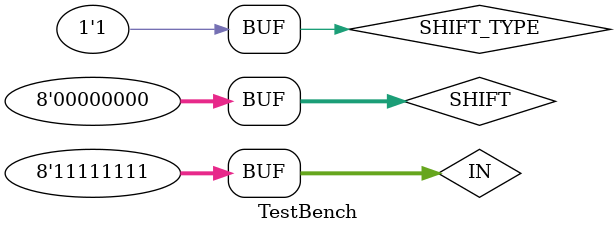
<source format=v>
`include "Shifter.v"

module TestBench;

    reg IN1, IN2;
    //wire OUT;
    reg S;

    reg signed [7:0] IN;
    reg [7:0] SHIFT;
    reg SHIFT_TYPE;
    wire signed[7:0] OUT;

    //LSU LSU1(IN1, IN2, S, OUT);

    SHIFTER LS1(IN, SHIFT, OUT, SHIFT_TYPE);

    

    initial begin
        //$monitor("IN1 = %B      IN2 = %B      S= %B       OUT = %B", IN1, IN2, S, OUT);

        $monitor("IN = %b (%d)      SHIFT = %b (%d)         OUT = %B (%d)       SHIFT TYPE = %b", IN, IN, SHIFT, SHIFT, OUT, OUT, SHIFT_TYPE);

        /*IN = 8'b00010101;

        #2 SHIFT_TYPE = 1'b1;
        #2 SHIFT = 4'B0000;
        #2 SHIFT = 4'B0001;
        #2 SHIFT = 4'B0011;
        #2 SHIFT = 4'B0000;

        #2 SHIFT_TYPE = 1'b0;
        #2 SHIFT = 4'B0000;
        #2 SHIFT = 4'B0001;
        #2 SHIFT = 4'B0011;
        #2 SHIFT = 4'B0000;

        #2 
        IN = 8'b01111111;

        #2 SHIFT = 4'B0000;
        #1 SHIFT = 4'B0001;
        #1 SHIFT = 4'B0011;
        #1 SHIFT = 4'B0000;

        #2*/
        IN = 8'b11111111;

        #2 SHIFT_TYPE = 1'b1;
        //#2 SHIFT = 4'B0000;
        //#2 SHIFT = 4'B0001;
        #2 SHIFT = 4'B0011;
        #2 SHIFT = 4'B0000;

        /*SHIFT_TYPE = 1'b0;
        #2 SHIFT = 4'B0000;
        #2 SHIFT = 4'B0001;
        #2 SHIFT = 4'B0011;
        #2 SHIFT = 4'B0000;

        /*#2
        IN = 8'b10101010;

        #2 SHIFT = 4'B0000;
        #2 SHIFT = 4'B0001;
        #2 SHIFT = 4'B0011;
        #2 SHIFT = 4'B0000;
        #2 SHIFT = 4'b1000;


        /*#1
        SHIFT = 3'B010;

        #1
        SHIFT = 3'B011;

        #1
        SHIFT = 3'B111;*/



        /*IN1 = 0;
        IN2 = 0;
        S =0;

        #1
        IN1 = 1;
        IN2 = 0;
        S =0;

        #1
        IN1 = 1;
        IN2 = 0;
        S =1;*/


    end



endmodule

</source>
